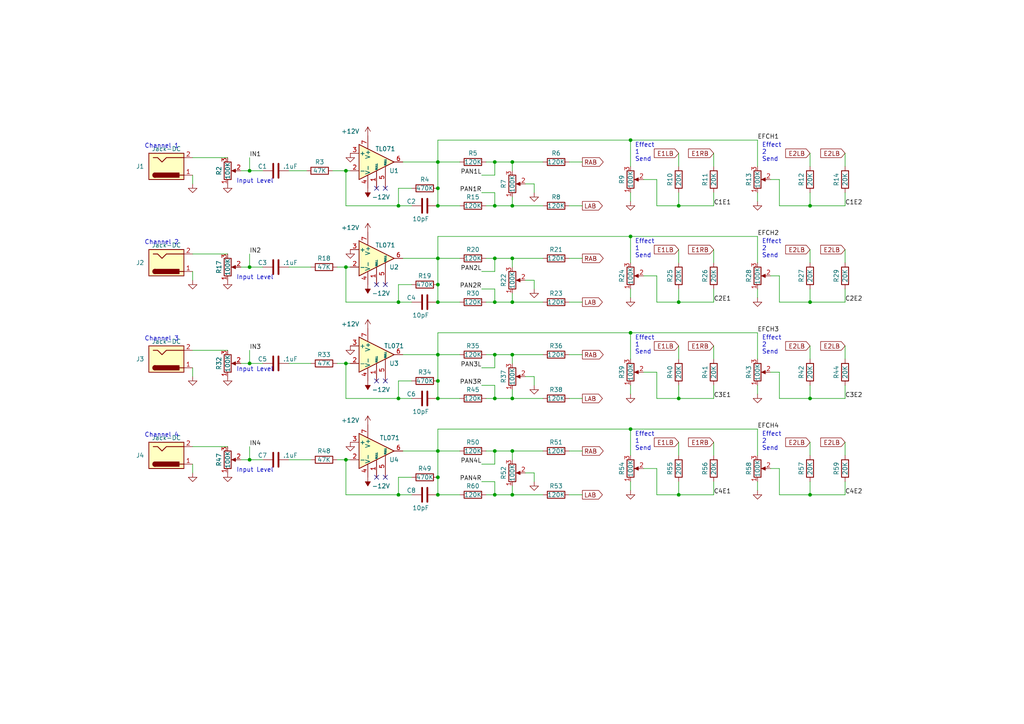
<source format=kicad_sch>
(kicad_sch (version 20211123) (generator eeschema)
  (paper "A4")
  (lib_symbols
    (symbol "Amplifier_Operational:TL071" (pin_names (offset 0.127))
      (property "Reference" "U" (at 0 6.35 0))
      (property "Value" "TL071" (at 0 3.81 0))
      (symbol "TL071_0_1"
        (polyline (pts (xy -5.08 5.08) (xy 5.08 0) (xy -5.08 -5.08) (xy -5.08 5.08)) (stroke (width 0.254)) (fill (type background)))
      )
      (symbol "TL071_1_1"
        (pin input line (at 0 -7.62 90) (length 5.08) (name "NULL") (number "1"))
        (pin input line (at -7.62 -2.54 0) (length 2.54) (name "-") (number "2"))
        (pin input line (at -7.62 2.54 0) (length 2.54) (name "+") (number "3"))
        (pin power_in line (at -2.54 -7.62 90) (length 3.81) (name "V-") (number "4"))
        (pin input line (at 2.54 -7.62 90) (length 6.35) (name "NULL") (number "5"))
        (pin output line (at 7.62 0 180) (length 2.54) (name "~") (number "6"))
        (pin power_in line (at -2.54 7.62 270) (length 3.81) (name "V+") (number "7"))
        (pin no_connect line (at 0 2.54 270) (length 2.54) hide (name "NC") (number "8"))
      )
    )
    (symbol "Connector:Jack-DC" (pin_names (offset 1.016))
      (property "Reference" "J" (at 0 5.334 0))
      (property "Value" "Jack-DC" (at 0 -5.08 0))
      (symbol "Jack-DC_0_1"
        (rectangle (start -5.08 3.81) (end 5.08 -3.81) (stroke (width 0.254)) (fill (type background)))
        (arc (start -3.302 3.175) (mid -3.937 2.54) (end -3.302 1.905) (stroke (width 0.254)))
        (arc (start -3.302 3.175) (mid -3.937 2.54) (end -3.302 1.905) (stroke (width 0.254)) (fill (type outline)))
        (polyline (pts (xy 5.08 2.54) (xy 3.81 2.54)) (stroke (width 0.254)))
        (polyline (pts (xy -3.81 -2.54) (xy -2.54 -2.54) (xy -1.27 -1.27) (xy 0 -2.54) (xy 2.54 -2.54) (xy 5.08 -2.54)) (stroke (width 0.254)))
        (rectangle (start 3.683 3.175) (end -3.302 1.905) (stroke (width 0.254)) (fill (type outline)))
      )
      (symbol "Jack-DC_1_1"
        (pin passive line (at 7.62 2.54 180) (length 2.54) (name "~") (number "1"))
        (pin passive line (at 7.62 -2.54 180) (length 2.54) (name "~") (number "2"))
      )
    )
    (symbol "Device:C" (pin_numbers hide) (pin_names (offset 0.254))
      (property "Reference" "C" (at 0.635 2.54 0))
      (property "Value" "C" (at 0.635 -2.54 0))
      (symbol "C_0_1"
        (polyline (pts (xy -2.032 -0.762) (xy 2.032 -0.762)) (stroke (width 0.508)))
        (polyline (pts (xy -2.032 0.762) (xy 2.032 0.762)) (stroke (width 0.508)))
      )
      (symbol "C_1_1"
        (pin passive line (at 0 3.81 270) (length 2.794) (name "~") (number "1"))
        (pin passive line (at 0 -3.81 90) (length 2.794) (name "~") (number "2"))
      )
    )
    (symbol "Device:R" (pin_numbers hide) (pin_names (offset 0))
      (property "Reference" "R" (at 2.032 0 90))
      (property "Value" "R" (at 0 0 90))
      (symbol "R_0_1"
        (rectangle (start -1.016 -2.54) (end 1.016 2.54) (stroke (width 0.254)))
      )
      (symbol "R_1_1"
        (pin passive line (at 0 3.81 270) (length 1.27) (name "~") (number "1"))
        (pin passive line (at 0 -3.81 90) (length 1.27) (name "~") (number "2"))
      )
    )
    (symbol "Device:R_Potentiometer" (pin_names (offset 1.016) hide)
      (property "Reference" "RV" (at -4.445 0 90))
      (property "Value" "R_Potentiometer" (at -2.54 0 90))
      (symbol "R_Potentiometer_0_1"
        (polyline (pts (xy 2.54 0) (xy 1.524 0)))
        (polyline (pts (xy 1.143 0) (xy 2.286 0.508) (xy 2.286 -0.508) (xy 1.143 0)) (fill (type outline)))
        (rectangle (start 1.016 2.54) (end -1.016 -2.54) (stroke (width 0.254)))
      )
      (symbol "R_Potentiometer_1_1"
        (pin passive line (at 0 3.81 270) (length 1.27) (name "1") (number "1"))
        (pin passive line (at 3.81 0 180) (length 1.27) (name "2") (number "2"))
        (pin passive line (at 0 -3.81 90) (length 1.27) (name "3") (number "3"))
      )
    )
    (symbol "dhk:R_Potentiometer_Audio_Taper" (pin_names (offset 1.016) hide)
      (property "Reference" "RV" (at -4.445 0 90))
      (property "Value" "R_Potentiometer_Audio_Taper" (at -2.54 0 90))
      (symbol "R_Potentiometer_Audio_Taper_0_1"
        (polyline (pts (xy 2.54 0) (xy 1.524 0)))
        (polyline (pts (xy 1.143 0) (xy 2.286 0.508) (xy 2.286 -0.508) (xy 1.143 0)) (fill (type outline)))
        (rectangle (start 1.016 2.54) (end -1.016 -2.54) (stroke (width 0.254)))
      )
      (symbol "R_Potentiometer_Audio_Taper_1_1"
        (pin passive line (at 0 3.81 270) (length 1.27) (name "1") (number "1"))
        (pin passive line (at 3.81 0 180) (length 1.27) (name "2") (number "2"))
        (pin passive line (at 0 -3.81 90) (length 1.27) (name "3") (number "3"))
      )
    )
    (symbol "power:+12V" (power) (pin_names (offset 0))
      (property "Value" "+12V" (at 0 3.556 0))
      (symbol "+12V_0_1"
        (polyline (pts (xy -0.762 1.27) (xy 0 2.54)))
        (polyline (pts (xy 0 0) (xy 0 2.54)))
        (polyline (pts (xy 0 2.54) (xy 0.762 1.27)))
      )
      (symbol "+12V_1_1"
        (pin power_in line (at 0 0 90) (length 0) hide (name "+12V") (number "1"))
      )
    )
    (symbol "power:-12V" (power) (pin_names (offset 0))
      (property "Value" "-12V" (at 0 3.81 0))
      (symbol "-12V_0_0"
        (pin power_in line (at 0 0 90) (length 0) hide (name "-12V") (number "1"))
      )
      (symbol "-12V_0_1"
        (polyline (pts (xy 0 0) (xy 0 1.27) (xy 0.762 1.27) (xy 0 2.54) (xy -0.762 1.27) (xy 0 1.27)) (fill (type outline)))
      )
    )
    (symbol "power:GND" (power) (pin_names (offset 0))
      (property "Value" "GND" (at 0 -3.81 0))
      (symbol "GND_0_1"
        (polyline (pts (xy 0 0) (xy 0 -1.27) (xy 1.27 -1.27) (xy 0 -2.54) (xy -1.27 -1.27) (xy 0 -1.27)))
      )
      (symbol "GND_1_1"
        (pin power_in line (at 0 0 270) (length 0) hide (name "GND") (number "1"))
      )
    )
  )
  (junction (at 115.57 143.51))
  (junction (at 234.95 59.69))
  (junction (at 127 46.99))
  (junction (at 127 130.81))
  (junction (at 127 59.69))
  (junction (at 127 54.61))
  (junction (at 115.57 115.57))
  (junction (at 182.88 68.58))
  (junction (at 100.33 49.53))
  (junction (at 196.85 87.63))
  (junction (at 196.85 59.69))
  (junction (at 143.51 59.69))
  (junction (at 182.88 96.52))
  (junction (at 143.51 115.57))
  (junction (at 143.51 143.51))
  (junction (at 100.33 133.35))
  (junction (at 143.51 87.63))
  (junction (at 115.57 87.63))
  (junction (at 148.59 130.81))
  (junction (at 127 82.55))
  (junction (at 148.59 115.57))
  (junction (at 234.95 143.51))
  (junction (at 127 138.43))
  (junction (at 127 87.63))
  (junction (at 143.51 130.81))
  (junction (at 234.95 87.63))
  (junction (at 72.39 105.41))
  (junction (at 72.39 77.47))
  (junction (at 127 143.51))
  (junction (at 148.59 59.69))
  (junction (at 143.51 46.99))
  (junction (at 100.33 77.47))
  (junction (at 127 110.49))
  (junction (at 72.39 49.53))
  (junction (at 148.59 74.93))
  (junction (at 148.59 143.51))
  (junction (at 100.33 105.41))
  (junction (at 72.39 133.35))
  (junction (at 196.85 115.57))
  (junction (at 127 115.57))
  (junction (at 148.59 46.99))
  (junction (at 196.85 143.51))
  (junction (at 182.88 124.46))
  (junction (at 148.59 102.87))
  (junction (at 127 102.87))
  (junction (at 143.51 102.87))
  (junction (at 127 74.93))
  (junction (at 182.88 40.64))
  (junction (at 143.51 74.93))
  (junction (at 148.59 87.63))
  (junction (at 234.95 115.57))
  (junction (at 115.57 59.69))
  (no_connect (at 109.22 54.61))
  (no_connect (at 109.22 138.43))
  (no_connect (at 111.76 82.55))
  (no_connect (at 111.76 138.43))
  (no_connect (at 109.22 110.49))
  (no_connect (at 111.76 54.61))
  (no_connect (at 109.22 82.55))
  (no_connect (at 111.76 110.49))
  (wire (pts (xy 219.71 96.52) (xy 219.71 104.14)))
  (wire (pts (xy 116.84 130.81) (xy 127 130.81)))
  (wire (pts (xy 245.11 111.76) (xy 245.11 115.57)))
  (wire (pts (xy 127 124.46) (xy 182.88 124.46)))
  (wire (pts (xy 100.33 77.47) (xy 100.33 87.63)))
  (wire (pts (xy 139.7 134.62) (xy 143.51 134.62)))
  (wire (pts (xy 234.95 87.63) (xy 234.95 83.82)))
  (wire (pts (xy 143.51 130.81) (xy 148.59 130.81)))
  (wire (pts (xy 55.88 50.8) (xy 55.88 53.34)))
  (wire (pts (xy 143.51 102.87) (xy 140.97 102.87)))
  (wire (pts (xy 127 46.99) (xy 127 40.64)))
  (wire (pts (xy 143.51 83.82) (xy 143.51 87.63)))
  (wire (pts (xy 127 130.81) (xy 127 138.43)))
  (wire (pts (xy 245.11 55.88) (xy 245.11 59.69)))
  (wire (pts (xy 116.84 74.93) (xy 127 74.93)))
  (wire (pts (xy 182.88 68.58) (xy 182.88 76.2)))
  (wire (pts (xy 223.52 80.01) (xy 226.06 80.01)))
  (wire (pts (xy 139.7 111.76) (xy 143.51 111.76)))
  (wire (pts (xy 186.69 52.07) (xy 190.5 52.07)))
  (wire (pts (xy 55.88 134.62) (xy 55.88 137.16)))
  (wire (pts (xy 207.01 128.27) (xy 207.01 132.08)))
  (wire (pts (xy 182.88 124.46) (xy 182.88 132.08)))
  (wire (pts (xy 219.71 111.76) (xy 219.71 114.3)))
  (wire (pts (xy 196.85 59.69) (xy 207.01 59.69)))
  (wire (pts (xy 226.06 143.51) (xy 234.95 143.51)))
  (wire (pts (xy 115.57 82.55) (xy 115.57 87.63)))
  (wire (pts (xy 154.94 109.22) (xy 154.94 111.76)))
  (wire (pts (xy 245.11 72.39) (xy 245.11 76.2)))
  (wire (pts (xy 100.33 115.57) (xy 115.57 115.57)))
  (wire (pts (xy 148.59 115.57) (xy 157.48 115.57)))
  (wire (pts (xy 143.51 74.93) (xy 140.97 74.93)))
  (wire (pts (xy 196.85 128.27) (xy 196.85 132.08)))
  (wire (pts (xy 72.39 77.47) (xy 76.2 77.47)))
  (wire (pts (xy 143.51 130.81) (xy 140.97 130.81)))
  (wire (pts (xy 72.39 73.66) (xy 72.39 77.47)))
  (wire (pts (xy 190.5 80.01) (xy 190.5 87.63)))
  (wire (pts (xy 245.11 44.45) (xy 245.11 48.26)))
  (wire (pts (xy 148.59 130.81) (xy 157.48 130.81)))
  (wire (pts (xy 182.88 83.82) (xy 182.88 86.36)))
  (wire (pts (xy 127 115.57) (xy 133.35 115.57)))
  (wire (pts (xy 219.71 68.58) (xy 219.71 76.2)))
  (wire (pts (xy 115.57 59.69) (xy 119.38 59.69)))
  (wire (pts (xy 143.51 55.88) (xy 143.51 59.69)))
  (wire (pts (xy 245.11 128.27) (xy 245.11 132.08)))
  (wire (pts (xy 245.11 143.51) (xy 234.95 143.51)))
  (wire (pts (xy 219.71 83.82) (xy 219.71 86.36)))
  (wire (pts (xy 207.01 83.82) (xy 207.01 87.63)))
  (wire (pts (xy 226.06 135.89) (xy 226.06 143.51)))
  (wire (pts (xy 83.82 49.53) (xy 88.9 49.53)))
  (wire (pts (xy 148.59 85.09) (xy 148.59 87.63)))
  (wire (pts (xy 196.85 83.82) (xy 196.85 87.63)))
  (wire (pts (xy 182.88 55.88) (xy 182.88 58.42)))
  (wire (pts (xy 190.5 52.07) (xy 190.5 59.69)))
  (wire (pts (xy 127 46.99) (xy 127 54.61)))
  (wire (pts (xy 72.39 129.54) (xy 72.39 133.35)))
  (wire (pts (xy 143.51 106.68) (xy 143.51 102.87)))
  (wire (pts (xy 223.52 52.07) (xy 226.06 52.07)))
  (wire (pts (xy 127 54.61) (xy 127 59.69)))
  (wire (pts (xy 186.69 135.89) (xy 190.5 135.89)))
  (wire (pts (xy 148.59 130.81) (xy 148.59 133.35)))
  (wire (pts (xy 234.95 115.57) (xy 234.95 111.76)))
  (wire (pts (xy 139.7 78.74) (xy 143.51 78.74)))
  (wire (pts (xy 182.88 40.64) (xy 219.71 40.64)))
  (wire (pts (xy 148.59 113.03) (xy 148.59 115.57)))
  (wire (pts (xy 190.5 135.89) (xy 190.5 143.51)))
  (wire (pts (xy 69.85 49.53) (xy 72.39 49.53)))
  (wire (pts (xy 148.59 46.99) (xy 157.48 46.99)))
  (wire (pts (xy 165.1 143.51) (xy 168.91 143.51)))
  (wire (pts (xy 245.11 87.63) (xy 234.95 87.63)))
  (wire (pts (xy 245.11 83.82) (xy 245.11 87.63)))
  (wire (pts (xy 139.7 106.68) (xy 143.51 106.68)))
  (wire (pts (xy 119.38 54.61) (xy 115.57 54.61)))
  (wire (pts (xy 182.88 96.52) (xy 182.88 104.14)))
  (wire (pts (xy 234.95 72.39) (xy 234.95 76.2)))
  (wire (pts (xy 139.7 83.82) (xy 143.51 83.82)))
  (wire (pts (xy 127 74.93) (xy 127 82.55)))
  (wire (pts (xy 83.82 105.41) (xy 90.17 105.41)))
  (wire (pts (xy 186.69 80.01) (xy 190.5 80.01)))
  (wire (pts (xy 97.79 133.35) (xy 100.33 133.35)))
  (wire (pts (xy 207.01 139.7) (xy 207.01 143.51)))
  (wire (pts (xy 127 74.93) (xy 127 68.58)))
  (wire (pts (xy 190.5 115.57) (xy 196.85 115.57)))
  (wire (pts (xy 152.4 81.28) (xy 154.94 81.28)))
  (wire (pts (xy 148.59 140.97) (xy 148.59 143.51)))
  (wire (pts (xy 116.84 46.99) (xy 127 46.99)))
  (wire (pts (xy 100.33 133.35) (xy 100.33 143.51)))
  (wire (pts (xy 72.39 45.72) (xy 72.39 49.53)))
  (wire (pts (xy 234.95 100.33) (xy 234.95 104.14)))
  (wire (pts (xy 100.33 143.51) (xy 115.57 143.51)))
  (wire (pts (xy 100.33 49.53) (xy 101.6 49.53)))
  (wire (pts (xy 100.33 49.53) (xy 100.33 59.69)))
  (wire (pts (xy 234.95 128.27) (xy 234.95 132.08)))
  (wire (pts (xy 182.88 139.7) (xy 182.88 142.24)))
  (wire (pts (xy 143.51 143.51) (xy 140.97 143.51)))
  (wire (pts (xy 190.5 107.95) (xy 190.5 115.57)))
  (wire (pts (xy 127 68.58) (xy 182.88 68.58)))
  (wire (pts (xy 143.51 139.7) (xy 143.51 143.51)))
  (wire (pts (xy 152.4 137.16) (xy 154.94 137.16)))
  (wire (pts (xy 245.11 115.57) (xy 234.95 115.57)))
  (wire (pts (xy 143.51 74.93) (xy 148.59 74.93)))
  (wire (pts (xy 55.88 106.68) (xy 55.88 109.22)))
  (wire (pts (xy 182.88 124.46) (xy 219.71 124.46)))
  (wire (pts (xy 115.57 110.49) (xy 115.57 115.57)))
  (wire (pts (xy 143.51 78.74) (xy 143.51 74.93)))
  (wire (pts (xy 154.94 137.16) (xy 154.94 139.7)))
  (wire (pts (xy 182.88 111.76) (xy 182.88 114.3)))
  (wire (pts (xy 196.85 87.63) (xy 207.01 87.63)))
  (wire (pts (xy 139.7 50.8) (xy 143.51 50.8)))
  (wire (pts (xy 100.33 105.41) (xy 100.33 115.57)))
  (wire (pts (xy 182.88 68.58) (xy 219.71 68.58)))
  (wire (pts (xy 127 82.55) (xy 127 87.63)))
  (wire (pts (xy 69.85 133.35) (xy 72.39 133.35)))
  (wire (pts (xy 83.82 77.47) (xy 90.17 77.47)))
  (wire (pts (xy 234.95 44.45) (xy 234.95 48.26)))
  (wire (pts (xy 127 59.69) (xy 133.35 59.69)))
  (wire (pts (xy 127 87.63) (xy 133.35 87.63)))
  (wire (pts (xy 143.51 111.76) (xy 143.51 115.57)))
  (wire (pts (xy 100.33 77.47) (xy 101.6 77.47)))
  (wire (pts (xy 226.06 59.69) (xy 234.95 59.69)))
  (wire (pts (xy 148.59 59.69) (xy 157.48 59.69)))
  (wire (pts (xy 72.39 101.6) (xy 72.39 105.41)))
  (wire (pts (xy 148.59 102.87) (xy 157.48 102.87)))
  (wire (pts (xy 148.59 102.87) (xy 148.59 105.41)))
  (wire (pts (xy 148.59 143.51) (xy 143.51 143.51)))
  (wire (pts (xy 245.11 139.7) (xy 245.11 143.51)))
  (wire (pts (xy 148.59 57.15) (xy 148.59 59.69)))
  (wire (pts (xy 55.88 78.74) (xy 55.88 81.28)))
  (wire (pts (xy 127 130.81) (xy 133.35 130.81)))
  (wire (pts (xy 55.88 73.66) (xy 66.04 73.66)))
  (wire (pts (xy 186.69 107.95) (xy 190.5 107.95)))
  (wire (pts (xy 219.71 139.7) (xy 219.71 142.24)))
  (wire (pts (xy 115.57 138.43) (xy 115.57 143.51)))
  (wire (pts (xy 148.59 74.93) (xy 148.59 77.47)))
  (wire (pts (xy 226.06 80.01) (xy 226.06 87.63)))
  (wire (pts (xy 116.84 102.87) (xy 127 102.87)))
  (wire (pts (xy 119.38 82.55) (xy 115.57 82.55)))
  (wire (pts (xy 219.71 40.64) (xy 219.71 48.26)))
  (wire (pts (xy 69.85 105.41) (xy 72.39 105.41)))
  (wire (pts (xy 127 102.87) (xy 133.35 102.87)))
  (wire (pts (xy 148.59 115.57) (xy 143.51 115.57)))
  (wire (pts (xy 143.51 50.8) (xy 143.51 46.99)))
  (wire (pts (xy 143.51 87.63) (xy 140.97 87.63)))
  (wire (pts (xy 96.52 49.53) (xy 100.33 49.53)))
  (wire (pts (xy 196.85 139.7) (xy 196.85 143.51)))
  (wire (pts (xy 115.57 143.51) (xy 119.38 143.51)))
  (wire (pts (xy 196.85 44.45) (xy 196.85 48.26)))
  (wire (pts (xy 115.57 115.57) (xy 119.38 115.57)))
  (wire (pts (xy 148.59 59.69) (xy 143.51 59.69)))
  (wire (pts (xy 219.71 124.46) (xy 219.71 132.08)))
  (wire (pts (xy 143.51 102.87) (xy 148.59 102.87)))
  (wire (pts (xy 234.95 143.51) (xy 234.95 139.7)))
  (wire (pts (xy 182.88 96.52) (xy 219.71 96.52)))
  (wire (pts (xy 154.94 53.34) (xy 154.94 55.88)))
  (wire (pts (xy 143.51 134.62) (xy 143.51 130.81)))
  (wire (pts (xy 100.33 133.35) (xy 101.6 133.35)))
  (wire (pts (xy 100.33 87.63) (xy 115.57 87.63)))
  (wire (pts (xy 143.51 115.57) (xy 140.97 115.57)))
  (wire (pts (xy 97.79 105.41) (xy 100.33 105.41)))
  (wire (pts (xy 223.52 107.95) (xy 226.06 107.95)))
  (wire (pts (xy 69.85 77.47) (xy 72.39 77.47)))
  (wire (pts (xy 165.1 102.87) (xy 168.91 102.87)))
  (wire (pts (xy 234.95 59.69) (xy 234.95 55.88)))
  (wire (pts (xy 148.59 87.63) (xy 157.48 87.63)))
  (wire (pts (xy 207.01 111.76) (xy 207.01 115.57)))
  (wire (pts (xy 148.59 74.93) (xy 157.48 74.93)))
  (wire (pts (xy 127 102.87) (xy 127 110.49)))
  (wire (pts (xy 55.88 129.54) (xy 66.04 129.54)))
  (wire (pts (xy 100.33 59.69) (xy 115.57 59.69)))
  (wire (pts (xy 139.7 139.7) (xy 143.51 139.7)))
  (wire (pts (xy 226.06 87.63) (xy 234.95 87.63)))
  (wire (pts (xy 207.01 55.88) (xy 207.01 59.69)))
  (wire (pts (xy 127 138.43) (xy 127 143.51)))
  (wire (pts (xy 165.1 115.57) (xy 168.91 115.57)))
  (wire (pts (xy 196.85 72.39) (xy 196.85 76.2)))
  (wire (pts (xy 127 74.93) (xy 133.35 74.93)))
  (wire (pts (xy 226.06 52.07) (xy 226.06 59.69)))
  (wire (pts (xy 143.51 59.69) (xy 140.97 59.69)))
  (wire (pts (xy 72.39 49.53) (xy 76.2 49.53)))
  (wire (pts (xy 72.39 105.41) (xy 76.2 105.41)))
  (wire (pts (xy 245.11 59.69) (xy 234.95 59.69)))
  (wire (pts (xy 165.1 46.99) (xy 168.91 46.99)))
  (wire (pts (xy 83.82 133.35) (xy 90.17 133.35)))
  (wire (pts (xy 219.71 55.88) (xy 219.71 58.42)))
  (wire (pts (xy 127 40.64) (xy 182.88 40.64)))
  (wire (pts (xy 148.59 46.99) (xy 148.59 49.53)))
  (wire (pts (xy 190.5 59.69) (xy 196.85 59.69)))
  (wire (pts (xy 127 46.99) (xy 133.35 46.99)))
  (wire (pts (xy 245.11 100.33) (xy 245.11 104.14)))
  (wire (pts (xy 190.5 143.51) (xy 196.85 143.51)))
  (wire (pts (xy 127 102.87) (xy 127 96.52)))
  (wire (pts (xy 154.94 81.28) (xy 154.94 83.82)))
  (wire (pts (xy 207.01 72.39) (xy 207.01 76.2)))
  (wire (pts (xy 127 96.52) (xy 182.88 96.52)))
  (wire (pts (xy 165.1 87.63) (xy 168.91 87.63)))
  (wire (pts (xy 72.39 133.35) (xy 76.2 133.35)))
  (wire (pts (xy 119.38 138.43) (xy 115.57 138.43)))
  (wire (pts (xy 207.01 44.45) (xy 207.01 48.26)))
  (wire (pts (xy 127 110.49) (xy 127 115.57)))
  (wire (pts (xy 119.38 110.49) (xy 115.57 110.49)))
  (wire (pts (xy 100.33 105.41) (xy 101.6 105.41)))
  (wire (pts (xy 165.1 130.81) (xy 168.91 130.81)))
  (wire (pts (xy 182.88 40.64) (xy 182.88 48.26)))
  (wire (pts (xy 152.4 109.22) (xy 154.94 109.22)))
  (wire (pts (xy 226.06 115.57) (xy 234.95 115.57)))
  (wire (pts (xy 190.5 87.63) (xy 196.85 87.63)))
  (wire (pts (xy 127 130.81) (xy 127 124.46)))
  (wire (pts (xy 207.01 100.33) (xy 207.01 104.14)))
  (wire (pts (xy 196.85 115.57) (xy 207.01 115.57)))
  (wire (pts (xy 97.79 77.47) (xy 100.33 77.47)))
  (wire (pts (xy 115.57 54.61) (xy 115.57 59.69)))
  (wire (pts (xy 226.06 107.95) (xy 226.06 115.57)))
  (wire (pts (xy 165.1 59.69) (xy 168.91 59.69)))
  (wire (pts (xy 196.85 143.51) (xy 207.01 143.51)))
  (wire (pts (xy 148.59 87.63) (xy 143.51 87.63)))
  (wire (pts (xy 223.52 135.89) (xy 226.06 135.89)))
  (wire (pts (xy 152.4 53.34) (xy 154.94 53.34)))
  (wire (pts (xy 196.85 111.76) (xy 196.85 115.57)))
  (wire (pts (xy 148.59 143.51) (xy 157.48 143.51)))
  (wire (pts (xy 55.88 45.72) (xy 66.04 45.72)))
  (wire (pts (xy 165.1 74.93) (xy 168.91 74.93)))
  (wire (pts (xy 143.51 46.99) (xy 148.59 46.99)))
  (wire (pts (xy 115.57 87.63) (xy 119.38 87.63)))
  (wire (pts (xy 143.51 46.99) (xy 140.97 46.99)))
  (wire (pts (xy 196.85 55.88) (xy 196.85 59.69)))
  (wire (pts (xy 139.7 55.88) (xy 143.51 55.88)))
  (wire (pts (xy 127 143.51) (xy 133.35 143.51)))
  (wire (pts (xy 196.85 100.33) (xy 196.85 104.14)))
  (wire (pts (xy 55.88 101.6) (xy 66.04 101.6)))
  (text "Effect \n2 \nSend" (at 220.98 102.87 0) (effects (font (size 1.27 1.27)) (justify left bottom)))
  (text "Input Level" (at 68.58 53.34 0) (effects (font (size 1.27 1.27)) (justify left bottom)))
  (text "Effect \n2 \nSend" (at 220.98 130.81 0) (effects (font (size 1.27 1.27)) (justify left bottom)))
  (text "Input Level" (at 68.58 81.28 0) (effects (font (size 1.27 1.27)) (justify left bottom)))
  (text "Effect \n1\nSend" (at 184.15 46.99 0) (effects (font (size 1.27 1.27)) (justify left bottom)))
  (text "Channel 2" (at 41.91 71.12 0) (effects (font (size 1.27 1.27)) (justify left bottom)))
  (text "Effect \n2 \nSend" (at 220.98 46.99 0) (effects (font (size 1.27 1.27)) (justify left bottom)))
  (text "Input Level" (at 68.58 137.16 0) (effects (font (size 1.27 1.27)) (justify left bottom)))
  (text "Input Level" (at 68.58 107.95 0) (effects (font (size 1.27 1.27)) (justify left bottom)))
  (text "Effect \n1\nSend" (at 184.15 130.81 0) (effects (font (size 1.27 1.27)) (justify left bottom)))
  (text "Channel 3" (at 41.91 99.06 0) (effects (font (size 1.27 1.27)) (justify left bottom)))
  (text "Effect \n1\nSend" (at 184.15 74.93 0) (effects (font (size 1.27 1.27)) (justify left bottom)))
  (text "Effect \n2 \nSend" (at 220.98 74.93 0) (effects (font (size 1.27 1.27)) (justify left bottom)))
  (text "Channel 1" (at 41.91 43.18 0) (effects (font (size 1.27 1.27)) (justify left bottom)))
  (text "Effect \n1\nSend" (at 184.15 102.87 0) (effects (font (size 1.27 1.27)) (justify left bottom)))
  (text "Channel 4" (at 41.91 127 0) (effects (font (size 1.27 1.27)) (justify left bottom)))
  (label "IN3" (at 72.39 101.6 0))
  (label "EFCH2" (at 219.71 68.58 0))
  (label "PAN1L" (at 139.7 50.8 180))
  (label "PAN1R" (at 139.7 55.88 180))
  (label "C2E2" (at 245.11 87.63 0))
  (label "PAN4L" (at 139.7 134.62 180))
  (label "C2E1" (at 207.01 87.63 0))
  (label "IN1" (at 72.39 45.72 0))
  (label "IN4" (at 72.39 129.54 0))
  (label "PAN3R" (at 139.7 111.76 180))
  (label "IN2" (at 72.39 73.66 0))
  (label "PAN2L" (at 139.7 78.74 180))
  (label "C1E1" (at 207.01 59.69 0))
  (label "C3E1" (at 207.01 115.57 0))
  (label "C4E2" (at 245.11 143.51 0))
  (label "C1E2" (at 245.11 59.69 0))
  (label "C3E2" (at 245.11 115.57 0))
  (label "PAN4R" (at 139.7 139.7 180))
  (label "PAN3L" (at 139.7 106.68 180))
  (label "EFCH4" (at 219.71 124.46 0))
  (label "EFCH1" (at 219.71 40.64 0))
  (label "EFCH3" (at 219.71 96.52 0))
  (label "PAN2R" (at 139.7 83.82 180))
  (label "C4E1" (at 207.01 143.51 0))
  (global_label "E1RB" (shape input) (at 207.01 72.39 180) (property "Intersheet References" "${INTERSHEET_REFS}" (effects hide)))
  (global_label "E2LB" (shape input) (at 234.95 44.45 180) (property "Intersheet References" "${INTERSHEET_REFS}" (effects hide)))
  (global_label "LAB" (shape output) (at 168.91 59.69 0) (property "Intersheet References" "${INTERSHEET_REFS}" (effects hide)))
  (global_label "RAB" (shape output) (at 168.91 130.81 0) (property "Intersheet References" "${INTERSHEET_REFS}" (effects hide)))
  (global_label "E2LB" (shape input) (at 245.11 44.45 180) (property "Intersheet References" "${INTERSHEET_REFS}" (effects hide)))
  (global_label "E1LB" (shape input) (at 196.85 100.33 180) (property "Intersheet References" "${INTERSHEET_REFS}" (effects hide)))
  (global_label "LAB" (shape output) (at 168.91 143.51 0) (property "Intersheet References" "${INTERSHEET_REFS}" (effects hide)))
  (global_label "E1LB" (shape input) (at 196.85 44.45 180) (property "Intersheet References" "${INTERSHEET_REFS}" (effects hide)))
  (global_label "E2LB" (shape input) (at 234.95 128.27 180) (property "Intersheet References" "${INTERSHEET_REFS}" (effects hide)))
  (global_label "E2LB" (shape input) (at 234.95 100.33 180) (property "Intersheet References" "${INTERSHEET_REFS}" (effects hide)))
  (global_label "LAB" (shape output) (at 168.91 87.63 0) (property "Intersheet References" "${INTERSHEET_REFS}" (effects hide)))
  (global_label "RAB" (shape output) (at 168.91 74.93 0) (property "Intersheet References" "${INTERSHEET_REFS}" (effects hide)))
  (global_label "E2LB" (shape input) (at 245.11 72.39 180) (property "Intersheet References" "${INTERSHEET_REFS}" (effects hide)))
  (global_label "E2LB" (shape input) (at 245.11 100.33 180) (property "Intersheet References" "${INTERSHEET_REFS}" (effects hide)))
  (global_label "E2LB" (shape input) (at 234.95 72.39 180) (property "Intersheet References" "${INTERSHEET_REFS}" (effects hide)))
  (global_label "RAB" (shape output) (at 168.91 46.99 0) (property "Intersheet References" "${INTERSHEET_REFS}" (effects hide)))
  (global_label "E1LB" (shape input) (at 196.85 72.39 180) (property "Intersheet References" "${INTERSHEET_REFS}" (effects hide)))
  (global_label "E1RB" (shape input) (at 207.01 44.45 180) (property "Intersheet References" "${INTERSHEET_REFS}" (effects hide)))
  (global_label "RAB" (shape output) (at 168.91 102.87 0) (property "Intersheet References" "${INTERSHEET_REFS}" (effects hide)))
  (global_label "LAB" (shape output) (at 168.91 115.57 0) (property "Intersheet References" "${INTERSHEET_REFS}" (effects hide)))
  (global_label "E2LB" (shape input) (at 245.11 128.27 180) (property "Intersheet References" "${INTERSHEET_REFS}" (effects hide)))
  (global_label "E1LB" (shape input) (at 196.85 128.27 180) (property "Intersheet References" "${INTERSHEET_REFS}" (effects hide)))
  (global_label "E1RB" (shape input) (at 207.01 100.33 180) (property "Intersheet References" "${INTERSHEET_REFS}" (effects hide)))
  (global_label "E1RB" (shape input) (at 207.01 128.27 180) (property "Intersheet References" "${INTERSHEET_REFS}" (effects hide)))
  (symbol (lib_id "Amplifier_Operational:TL071") (at 109.22 102.87 0) (unit 1)
    (property "Reference" "U3" (at 114.3 105.41 0))
    (property "Value" "TL071" (at 114.3 100.33 0))
    (property "Datasheet" "http://www.ti.com/lit/ds/symlink/tl071.pdf" (effects hide))
  )
  (symbol (lib_id "dhk:R_Potentiometer_Audio_Taper") (at 182.88 135.89 0) (mirror x) (unit 1)
    (property "Reference" "R54" (at 180.34 135.89 90))
    (property "Value" "100K" (at 182.88 135.89 90))
  )
  (symbol (lib_id "Connector:Jack-DC") (at 48.26 76.2 0) (mirror x) (unit 1)
    (property "Reference" "J2" (at 40.64 76.2 0))
    (property "Value" "Jack-DC" (at 48.26 71.12 0))
  )
  (symbol (lib_id "power:GND") (at 55.88 137.16 0) (unit 1)
    (property "Reference" "#PWR0141" (effects hide))
    (property "Value" "GND" (effects hide))
  )
  (symbol (lib_id "Device:R") (at 161.29 130.81 90) (unit 1)
    (property "Reference" "R51" (at 161.29 128.27 90))
    (property "Value" "120K" (at 161.29 130.81 90))
  )
  (symbol (lib_id "Device:R") (at 207.01 52.07 180) (unit 1)
    (property "Reference" "R11" (at 204.47 52.07 90))
    (property "Value" "20K" (at 207.01 52.07 90))
  )
  (symbol (lib_id "Device:R") (at 92.71 49.53 90) (unit 1)
    (property "Reference" "R3" (at 92.71 46.99 90))
    (property "Value" "47K" (at 92.71 49.53 90))
  )
  (symbol (lib_id "Device:R") (at 161.29 74.93 90) (unit 1)
    (property "Reference" "R21" (at 161.29 72.39 90))
    (property "Value" "120K" (at 161.29 74.93 90))
  )
  (symbol (lib_id "dhk:R_Potentiometer_Audio_Taper") (at 182.88 107.95 0) (mirror x) (unit 1)
    (property "Reference" "R39" (at 180.34 107.95 90))
    (property "Value" "100K" (at 182.88 107.95 90))
  )
  (symbol (lib_id "power:GND") (at 154.94 55.88 0) (unit 1)
    (property "Reference" "#PWR0148" (effects hide))
    (property "Value" "GND" (effects hide))
  )
  (symbol (lib_id "Device:R") (at 137.16 143.51 90) (unit 1)
    (property "Reference" "R60" (at 137.16 140.97 90))
    (property "Value" "120K" (at 137.16 143.51 90))
  )
  (symbol (lib_id "dhk:R_Potentiometer_Audio_Taper") (at 66.04 49.53 0) (mirror x) (unit 1)
    (property "Reference" "R2" (at 63.5 49.53 90))
    (property "Value" "100K" (at 66.04 49.53 90))
  )
  (symbol (lib_id "dhk:R_Potentiometer_Audio_Taper") (at 219.71 135.89 0) (mirror x) (unit 1)
    (property "Reference" "R58" (at 217.17 135.89 90))
    (property "Value" "100K" (at 219.71 135.89 90))
  )
  (symbol (lib_id "Device:C") (at 80.01 77.47 90) (unit 1)
    (property "Reference" "C3" (at 77.47 76.2 90) (effects (justify left)))
    (property "Value" ".1uF" (at 86.36 76.2 90) (effects (justify left)))
  )
  (symbol (lib_id "dhk:R_Potentiometer_Audio_Taper") (at 219.71 80.01 0) (mirror x) (unit 1)
    (property "Reference" "R28" (at 217.17 80.01 90))
    (property "Value" "100K" (at 219.71 80.01 90))
  )
  (symbol (lib_id "Device:R") (at 161.29 102.87 90) (unit 1)
    (property "Reference" "R36" (at 161.29 100.33 90))
    (property "Value" "120K" (at 161.29 102.87 90))
  )
  (symbol (lib_id "power:GND") (at 182.88 58.42 0) (unit 1)
    (property "Reference" "#PWR0149" (effects hide))
    (property "Value" "GND" (effects hide))
  )
  (symbol (lib_id "Device:R") (at 207.01 135.89 180) (unit 1)
    (property "Reference" "R56" (at 204.47 135.89 90))
    (property "Value" "20K" (at 207.01 135.89 90))
  )
  (symbol (lib_id "dhk:R_Potentiometer_Audio_Taper") (at 182.88 80.01 0) (mirror x) (unit 1)
    (property "Reference" "R24" (at 180.34 80.01 90))
    (property "Value" "100K" (at 182.88 80.01 90))
  )
  (symbol (lib_id "Amplifier_Operational:TL071") (at 109.22 46.99 0) (unit 1)
    (property "Reference" "U1" (at 114.3 49.53 0))
    (property "Value" "TL071" (at 111.76 43.18 0))
    (property "Datasheet" "http://www.ti.com/lit/ds/symlink/tl071.pdf" (effects hide))
  )
  (symbol (lib_id "Device:R") (at 207.01 80.01 180) (unit 1)
    (property "Reference" "R26" (at 204.47 80.01 90))
    (property "Value" "20K" (at 207.01 80.01 90))
  )
  (symbol (lib_id "Amplifier_Operational:TL071") (at 109.22 74.93 0) (unit 1)
    (property "Reference" "U2" (at 114.3 77.47 0))
    (property "Value" "TL071" (at 111.76 71.12 0))
    (property "Datasheet" "http://www.ti.com/lit/ds/symlink/tl071.pdf" (effects hide))
  )
  (symbol (lib_id "power:-12V") (at 106.68 110.49 0) (mirror x) (unit 1)
    (property "Reference" "#PWR0145" (effects hide))
    (property "Value" "-12V" (at 110.49 113.03 0))
  )
  (symbol (lib_id "power:GND") (at 182.88 114.3 0) (unit 1)
    (property "Reference" "#PWR0159" (effects hide))
    (property "Value" "GND" (effects hide))
  )
  (symbol (lib_id "Device:R") (at 123.19 82.55 90) (unit 1)
    (property "Reference" "R19" (at 123.19 80.01 90))
    (property "Value" "470K" (at 123.19 82.55 90))
  )
  (symbol (lib_id "Device:R") (at 137.16 46.99 90) (unit 1)
    (property "Reference" "R5" (at 137.16 44.45 90))
    (property "Value" "120K" (at 137.16 46.99 90))
  )
  (symbol (lib_id "Device:R") (at 137.16 130.81 90) (unit 1)
    (property "Reference" "R50" (at 137.16 128.27 90))
    (property "Value" "120K" (at 137.16 130.81 90))
  )
  (symbol (lib_id "power:+12V") (at 106.68 123.19 0) (unit 1)
    (property "Reference" "#PWR0144" (effects hide))
    (property "Value" "+12V" (at 101.6 121.92 0))
  )
  (symbol (lib_id "Device:R") (at 245.11 135.89 180) (unit 1)
    (property "Reference" "R59" (at 242.57 135.89 90))
    (property "Value" "20K" (at 245.11 135.89 90))
  )
  (symbol (lib_id "Device:R") (at 93.98 133.35 90) (unit 1)
    (property "Reference" "R48" (at 93.98 130.81 90))
    (property "Value" "47K" (at 93.98 133.35 90))
  )
  (symbol (lib_id "Device:R") (at 93.98 105.41 90) (unit 1)
    (property "Reference" "R33" (at 93.98 102.87 90))
    (property "Value" "47K" (at 93.98 105.41 90))
  )
  (symbol (lib_id "power:GND") (at 55.88 53.34 0) (unit 1)
    (property "Reference" "#PWR0136" (effects hide))
    (property "Value" "GND" (effects hide))
  )
  (symbol (lib_id "dhk:R_Potentiometer_Audio_Taper") (at 66.04 105.41 0) (mirror x) (unit 1)
    (property "Reference" "R32" (at 63.5 105.41 90))
    (property "Value" "100K" (at 66.04 105.41 90))
  )
  (symbol (lib_id "Device:R") (at 245.11 80.01 180) (unit 1)
    (property "Reference" "R29" (at 242.57 80.01 90))
    (property "Value" "20K" (at 245.11 80.01 90))
  )
  (symbol (lib_id "power:GND") (at 101.6 100.33 0) (unit 1)
    (property "Reference" "#PWR0139" (effects hide))
    (property "Value" "GND" (effects hide))
  )
  (symbol (lib_id "Device:R") (at 123.19 110.49 90) (unit 1)
    (property "Reference" "R34" (at 123.19 107.95 90))
    (property "Value" "470K" (at 123.19 110.49 90))
  )
  (symbol (lib_id "Device:R") (at 137.16 115.57 90) (unit 1)
    (property "Reference" "R45" (at 137.16 113.03 90))
    (property "Value" "120K" (at 137.16 115.57 90))
  )
  (symbol (lib_id "Device:R") (at 196.85 107.95 180) (unit 1)
    (property "Reference" "R40" (at 194.31 107.95 90))
    (property "Value" "20K" (at 196.85 107.95 90))
  )
  (symbol (lib_id "Device:R") (at 161.29 87.63 90) (unit 1)
    (property "Reference" "R23" (at 161.29 85.09 90))
    (property "Value" "120K" (at 161.29 87.63 90))
  )
  (symbol (lib_id "Connector:Jack-DC") (at 48.26 48.26 0) (mirror x) (unit 1)
    (property "Reference" "J1" (at 40.64 48.26 0))
    (property "Value" "Jack-DC" (at 48.26 43.18 0))
  )
  (symbol (lib_id "Amplifier_Operational:TL071") (at 109.22 130.81 0) (unit 1)
    (property "Reference" "U4" (at 114.3 133.35 0))
    (property "Value" "TL071" (at 113.03 127 0))
    (property "Datasheet" "http://www.ti.com/lit/ds/symlink/tl071.pdf" (effects hide))
  )
  (symbol (lib_id "Device:R") (at 161.29 59.69 90) (unit 1)
    (property "Reference" "R8" (at 161.29 57.15 90))
    (property "Value" "120K" (at 161.29 59.69 90))
  )
  (symbol (lib_id "power:GND") (at 219.71 58.42 0) (unit 1)
    (property "Reference" "#PWR0151" (effects hide))
    (property "Value" "GND" (effects hide))
  )
  (symbol (lib_id "Connector:Jack-DC") (at 48.26 132.08 0) (mirror x) (unit 1)
    (property "Reference" "J4" (at 40.64 132.08 0))
    (property "Value" "Jack-DC" (at 48.26 127 0))
  )
  (symbol (lib_id "Device:R") (at 207.01 107.95 180) (unit 1)
    (property "Reference" "R41" (at 204.47 107.95 90))
    (property "Value" "20K" (at 207.01 107.95 90))
  )
  (symbol (lib_id "Device:R") (at 234.95 80.01 180) (unit 1)
    (property "Reference" "R27" (at 232.41 80.01 90))
    (property "Value" "20K" (at 234.95 80.01 90))
  )
  (symbol (lib_id "dhk:R_Potentiometer_Audio_Taper") (at 66.04 77.47 0) (mirror x) (unit 1)
    (property "Reference" "R17" (at 63.5 77.47 90))
    (property "Value" "100K" (at 66.04 77.47 90))
  )
  (symbol (lib_id "power:+12V") (at 106.68 39.37 0) (unit 1)
    (property "Reference" "#PWR0132" (effects hide))
    (property "Value" "+12V" (at 101.6 38.1 0))
  )
  (symbol (lib_id "Device:R_Potentiometer") (at 148.59 81.28 0) (mirror x) (unit 1)
    (property "Reference" "R22" (at 146.05 81.28 90))
    (property "Value" "100K" (at 148.59 81.28 90))
  )
  (symbol (lib_id "power:+12V") (at 106.68 95.25 0) (unit 1)
    (property "Reference" "#PWR0134" (effects hide))
    (property "Value" "+12V" (at 101.6 93.98 0))
  )
  (symbol (lib_id "Device:C") (at 123.19 143.51 90) (unit 1)
    (property "Reference" "C8" (at 120.65 142.24 90) (effects (justify left)))
    (property "Value" "10pF" (at 124.46 147.32 90) (effects (justify left)))
  )
  (symbol (lib_id "power:GND") (at 219.71 86.36 0) (unit 1)
    (property "Reference" "#PWR0152" (effects hide))
    (property "Value" "GND" (effects hide))
  )
  (symbol (lib_id "power:GND") (at 66.04 109.22 0) (unit 1)
    (property "Reference" "#PWR0140" (effects hide))
    (property "Value" "GND" (effects hide))
  )
  (symbol (lib_id "Device:C") (at 80.01 133.35 90) (unit 1)
    (property "Reference" "C7" (at 77.47 132.08 90) (effects (justify left)))
    (property "Value" ".1uF" (at 86.36 132.08 90) (effects (justify left)))
  )
  (symbol (lib_id "power:GND") (at 66.04 137.16 0) (unit 1)
    (property "Reference" "#PWR0142" (effects hide))
    (property "Value" "GND" (effects hide))
  )
  (symbol (lib_id "power:GND") (at 55.88 109.22 0) (unit 1)
    (property "Reference" "#PWR0143" (effects hide))
    (property "Value" "GND" (effects hide))
  )
  (symbol (lib_id "Device:R") (at 245.11 52.07 180) (unit 1)
    (property "Reference" "R14" (at 242.57 52.07 90))
    (property "Value" "20K" (at 245.11 52.07 90))
  )
  (symbol (lib_id "Device:R") (at 234.95 52.07 180) (unit 1)
    (property "Reference" "R12" (at 232.41 52.07 90))
    (property "Value" "20K" (at 234.95 52.07 90))
  )
  (symbol (lib_id "power:GND") (at 154.94 139.7 0) (unit 1)
    (property "Reference" "#PWR0155" (effects hide))
    (property "Value" "GND" (effects hide))
  )
  (symbol (lib_id "Device:C") (at 123.19 87.63 90) (unit 1)
    (property "Reference" "C4" (at 120.65 86.36 90) (effects (justify left)))
    (property "Value" "10pF" (at 124.46 91.44 90) (effects (justify left)))
  )
  (symbol (lib_id "Device:R_Potentiometer") (at 148.59 137.16 0) (mirror x) (unit 1)
    (property "Reference" "R52" (at 146.05 137.16 90))
    (property "Value" "100K" (at 148.59 137.16 90))
  )
  (symbol (lib_id "power:-12V") (at 106.68 138.43 0) (mirror x) (unit 1)
    (property "Reference" "#PWR0146" (effects hide))
    (property "Value" "-12V" (at 110.49 140.97 0))
  )
  (symbol (lib_id "Device:R") (at 196.85 80.01 180) (unit 1)
    (property "Reference" "R25" (at 194.31 80.01 90))
    (property "Value" "20K" (at 196.85 80.01 90))
  )
  (symbol (lib_id "power:GND") (at 219.71 114.3 0) (unit 1)
    (property "Reference" "#PWR0157" (effects hide))
    (property "Value" "GND" (effects hide))
  )
  (symbol (lib_id "Device:R") (at 93.98 77.47 90) (unit 1)
    (property "Reference" "R18" (at 93.98 74.93 90))
    (property "Value" "47K" (at 93.98 77.47 90))
  )
  (symbol (lib_id "Device:R") (at 196.85 52.07 180) (unit 1)
    (property "Reference" "R10" (at 194.31 52.07 90))
    (property "Value" "20K" (at 196.85 52.07 90))
  )
  (symbol (lib_id "power:GND") (at 66.04 81.28 0) (unit 1)
    (property "Reference" "#PWR0137" (effects hide))
    (property "Value" "GND" (effects hide))
  )
  (symbol (lib_id "power:GND") (at 182.88 86.36 0) (unit 1)
    (property "Reference" "#PWR0150" (effects hide))
    (property "Value" "GND" (effects hide))
  )
  (symbol (lib_id "power:GND") (at 219.71 142.24 0) (unit 1)
    (property "Reference" "#PWR0158" (effects hide))
    (property "Value" "GND" (effects hide))
  )
  (symbol (lib_id "Device:R") (at 196.85 135.89 180) (unit 1)
    (property "Reference" "R55" (at 194.31 135.89 90))
    (property "Value" "20K" (at 196.85 135.89 90))
  )
  (symbol (lib_id "power:GND") (at 101.6 128.27 0) (unit 1)
    (property "Reference" "#PWR0147" (effects hide))
    (property "Value" "GND" (effects hide))
  )
  (symbol (lib_id "Device:R") (at 234.95 107.95 180) (unit 1)
    (property "Reference" "R42" (at 232.41 107.95 90))
    (property "Value" "20K" (at 234.95 107.95 90))
  )
  (symbol (lib_id "Device:R") (at 137.16 59.69 90) (unit 1)
    (property "Reference" "R15" (at 137.16 57.15 90))
    (property "Value" "120K" (at 137.16 59.69 90))
  )
  (symbol (lib_id "Device:R") (at 123.19 54.61 90) (unit 1)
    (property "Reference" "R4" (at 123.19 52.07 90))
    (property "Value" "470K" (at 123.19 54.61 90))
  )
  (symbol (lib_id "Device:R_Potentiometer") (at 148.59 109.22 0) (mirror x) (unit 1)
    (property "Reference" "R37" (at 146.05 109.22 90))
    (property "Value" "100K" (at 148.59 109.22 90))
  )
  (symbol (lib_id "dhk:R_Potentiometer_Audio_Taper") (at 219.71 52.07 0) (mirror x) (unit 1)
    (property "Reference" "R13" (at 217.17 52.07 90))
    (property "Value" "100K" (at 219.71 52.07 90))
  )
  (symbol (lib_id "Device:R_Potentiometer") (at 148.59 53.34 0) (mirror x) (unit 1)
    (property "Reference" "R7" (at 146.05 53.34 90))
    (property "Value" "100K" (at 148.59 53.34 90))
  )
  (symbol (lib_id "Device:R") (at 137.16 102.87 90) (unit 1)
    (property "Reference" "R35" (at 137.16 100.33 90))
    (property "Value" "120K" (at 137.16 102.87 90))
  )
  (symbol (lib_id "dhk:R_Potentiometer_Audio_Taper") (at 66.04 133.35 0) (mirror x) (unit 1)
    (property "Reference" "R47" (at 63.5 133.35 90))
    (property "Value" "100K" (at 66.04 133.35 90))
  )
  (symbol (lib_id "power:-12V") (at 106.68 54.61 0) (mirror x) (unit 1)
    (property "Reference" "#PWR0128" (effects hide))
    (property "Value" "-12V" (at 110.49 57.15 0))
  )
  (symbol (lib_id "Device:C") (at 123.19 59.69 90) (unit 1)
    (property "Reference" "C2" (at 120.65 58.42 90) (effects (justify left)))
    (property "Value" "10pF" (at 124.46 63.5 90) (effects (justify left)))
  )
  (symbol (lib_id "power:GND") (at 154.94 83.82 0) (unit 1)
    (property "Reference" "#PWR0153" (effects hide))
    (property "Value" "GND" (effects hide))
  )
  (symbol (lib_id "Device:C") (at 80.01 105.41 90) (unit 1)
    (property "Reference" "C5" (at 77.47 104.14 90) (effects (justify left)))
    (property "Value" ".1uF" (at 86.36 104.14 90) (effects (justify left)))
  )
  (symbol (lib_id "Device:C") (at 123.19 115.57 90) (unit 1)
    (property "Reference" "C6" (at 120.65 114.3 90) (effects (justify left)))
    (property "Value" "10pF" (at 124.46 119.38 90) (effects (justify left)))
  )
  (symbol (lib_id "power:-12V") (at 106.68 82.55 0) (mirror x) (unit 1)
    (property "Reference" "#PWR0133" (effects hide))
    (property "Value" "-12V" (at 110.49 85.09 0))
  )
  (symbol (lib_id "Device:C") (at 80.01 49.53 90) (unit 1)
    (property "Reference" "C1" (at 77.47 48.26 90) (effects (justify left)))
    (property "Value" ".1uF" (at 86.36 48.26 90) (effects (justify left)))
  )
  (symbol (lib_id "power:GND") (at 101.6 72.39 0) (unit 1)
    (property "Reference" "#PWR0130" (effects hide))
    (property "Value" "GND" (effects hide))
  )
  (symbol (lib_id "power:GND") (at 66.04 53.34 0) (unit 1)
    (property "Reference" "#PWR0135" (effects hide))
    (property "Value" "GND" (effects hide))
  )
  (symbol (lib_id "power:+12V") (at 106.68 67.31 0) (unit 1)
    (property "Reference" "#PWR0129" (effects hide))
    (property "Value" "+12V" (at 101.6 66.04 0))
  )
  (symbol (lib_id "power:GND") (at 55.88 81.28 0) (unit 1)
    (property "Reference" "#PWR0138" (effects hide))
    (property "Value" "GND" (effects hide))
  )
  (symbol (lib_id "power:GND") (at 154.94 111.76 0) (unit 1)
    (property "Reference" "#PWR0154" (effects hide))
    (property "Value" "GND" (effects hide))
  )
  (symbol (lib_id "Device:R") (at 234.95 135.89 180) (unit 1)
    (property "Reference" "R57" (at 232.41 135.89 90))
    (property "Value" "20K" (at 234.95 135.89 90))
  )
  (symbol (lib_id "power:GND") (at 182.88 142.24 0) (unit 1)
    (property "Reference" "#PWR0156" (effects hide))
    (property "Value" "GND" (effects hide))
  )
  (symbol (lib_id "Device:R") (at 161.29 46.99 90) (unit 1)
    (property "Reference" "R6" (at 161.29 44.45 90))
    (property "Value" "120K" (at 161.29 46.99 90))
  )
  (symbol (lib_id "Device:R") (at 137.16 87.63 90) (unit 1)
    (property "Reference" "R30" (at 137.16 85.09 90))
    (property "Value" "120K" (at 137.16 87.63 90))
  )
  (symbol (lib_id "Device:R") (at 137.16 74.93 90) (unit 1)
    (property "Reference" "R20" (at 137.16 72.39 90))
    (property "Value" "120K" (at 137.16 74.93 90))
  )
  (symbol (lib_id "power:GND") (at 101.6 44.45 0) (unit 1)
    (property "Reference" "#PWR0131" (effects hide))
    (property "Value" "GND" (effects hide))
  )
  (symbol (lib_id "Device:R") (at 123.19 138.43 90) (unit 1)
    (property "Reference" "R49" (at 123.19 135.89 90))
    (property "Value" "470K" (at 123.19 138.43 90))
  )
  (symbol (lib_id "Device:R") (at 161.29 115.57 90) (unit 1)
    (property "Reference" "R38" (at 161.29 113.03 90))
    (property "Value" "120K" (at 161.29 115.57 90))
  )
  (symbol (lib_id "Device:R") (at 245.11 107.95 180) (unit 1)
    (property "Reference" "R44" (at 242.57 107.95 90))
    (property "Value" "20K" (at 245.11 107.95 90))
  )
  (symbol (lib_id "dhk:R_Potentiometer_Audio_Taper") (at 219.71 107.95 0) (mirror x) (unit 1)
    (property "Reference" "R43" (at 217.17 107.95 90))
    (property "Value" "100K" (at 219.71 107.95 90))
  )
  (symbol (lib_id "Device:R") (at 161.29 143.51 90) (unit 1)
    (property "Reference" "R53" (at 161.29 140.97 90))
    (property "Value" "120K" (at 161.29 143.51 90))
  )
  (symbol (lib_id "dhk:R_Potentiometer_Audio_Taper") (at 182.88 52.07 0) (mirror x) (unit 1)
    (property "Reference" "R9" (at 180.34 52.07 90))
    (property "Value" "100K" (at 182.88 52.07 90))
  )
  (symbol (lib_id "Connector:Jack-DC") (at 48.26 104.14 0) (mirror x) (unit 1)
    (property "Reference" "J3" (at 40.64 104.14 0))
    (property "Value" "Jack-DC" (at 48.26 99.06 0))
  )
)
</source>
